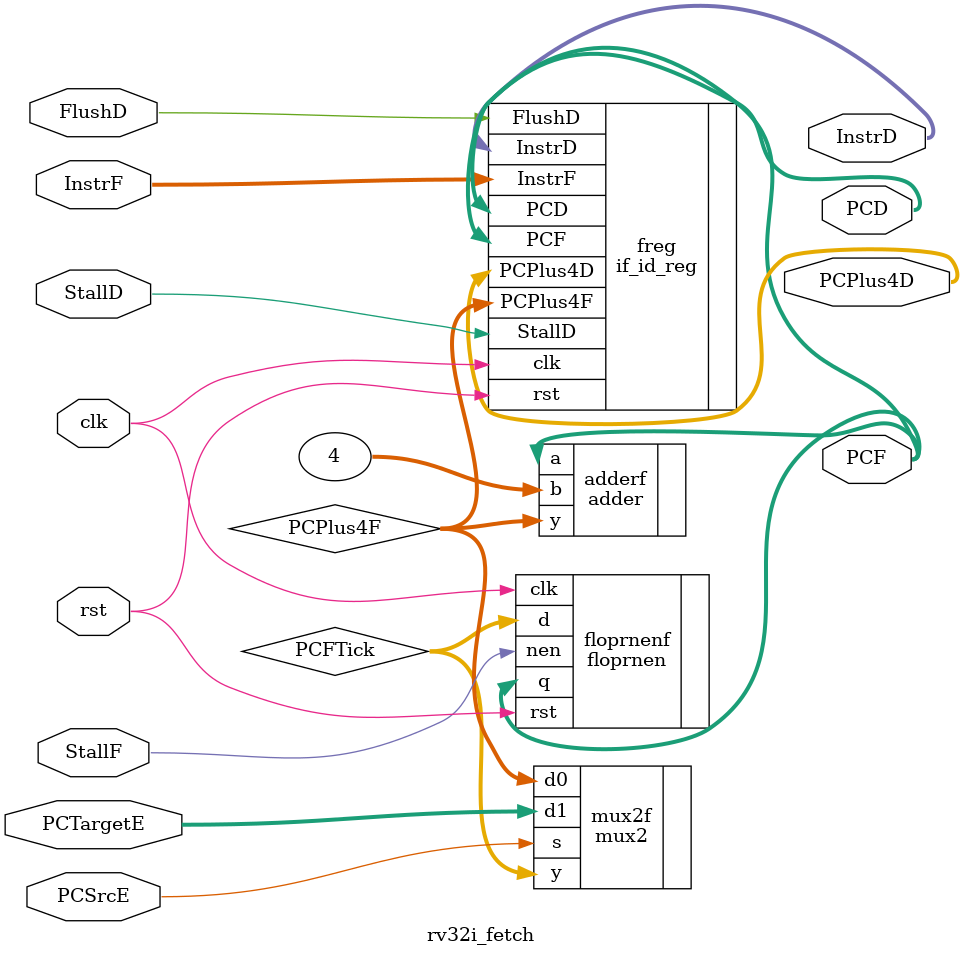
<source format=v>
module rv32i_fetch(
	input  		clk,rst,
	//control signals from execute 
	input   		PCSrcE,//set PC = PC + 4 or PcC Target
	//control signals fom hazard unit
	input  		StallF,//stall instruction fetch
	input  		StallD, FlushD,//stall and flush decode input
	//data signal from Writeback 
	input   [31:0] PCTargetE,//next PC if branch or jump taken
	//instruction memory input
	input   [31:0] InstrF,//Instruction received from Instruction Memory
	//output to instruction memory
	output  [31:0] PCF,//PC to receive instruction from Instruction Memory
	//IF/ID Register outputs
	output  [31:0] InstrD,PCD,PCPlus4D//signals required for decode stage
);
	wire [31:0] PCFTick, PCPlus4F;
	mux2 #(.WIDTH(32)) mux2f(
		.d0(PCPlus4F),
		.d1(PCTargetE),
		.s(PCSrcE),
		.y(PCFTick)
	);
	floprnen #(.WIDTH(32)) floprnenf(
		.clk(clk),
		.rst(rst),
		.nen(StallF),
		.d(PCFTick),
		.q(PCF)
	);
	adder #(.WIDTH(32)) adderf(
		.a(PCF),
		.b(32'd4),
		.y(PCPlus4F)
	);
	if_id_reg freg(
		.clk(clk),
		.rst(rst),
		.StallD(StallD),
		.FlushD(FlushD),
		.InstrF(InstrF),
		.PCF(PCF),
		.PCPlus4F(PCPlus4F),
		.InstrD(InstrD),
		.PCD(PCD),
		.PCPlus4D(PCPlus4D)
	);
endmodule
</source>
